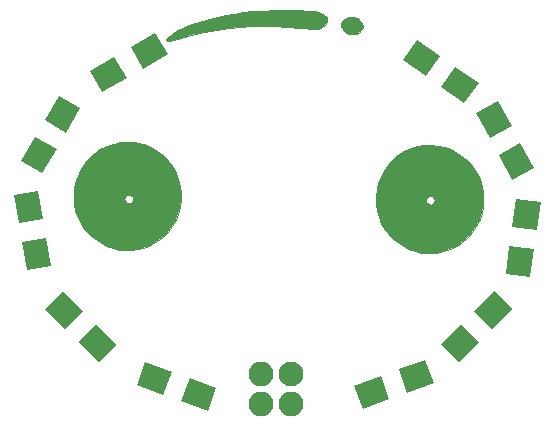
<source format=gts>
G04 #@! TF.FileFunction,Soldermask,Top*
%FSLAX46Y46*%
G04 Gerber Fmt 4.6, Leading zero omitted, Abs format (unit mm)*
G04 Created by KiCad (PCBNEW 4.0.7) date 06/01/18 22:24:49*
%MOMM*%
%LPD*%
G01*
G04 APERTURE LIST*
%ADD10C,0.100000*%
%ADD11C,0.010000*%
%ADD12C,2.100000*%
%ADD13O,2.100000X2.100000*%
G04 APERTURE END LIST*
D10*
D11*
G36*
X113555675Y-96437947D02*
X114127316Y-96563412D01*
X114683165Y-96762362D01*
X115215558Y-97035058D01*
X115716835Y-97381761D01*
X115729591Y-97391931D01*
X116166457Y-97794288D01*
X116541751Y-98248582D01*
X116853285Y-98746405D01*
X117098875Y-99279349D01*
X117276334Y-99839005D01*
X117383479Y-100416967D01*
X117418123Y-101004825D01*
X117378080Y-101594172D01*
X117261166Y-102176599D01*
X117099216Y-102661192D01*
X116829641Y-103224220D01*
X116493949Y-103737424D01*
X116097247Y-104196304D01*
X115644639Y-104596356D01*
X115141231Y-104933081D01*
X114592130Y-105201975D01*
X114002440Y-105398538D01*
X113991167Y-105401468D01*
X113704883Y-105459443D01*
X113368918Y-105501982D01*
X113011541Y-105527527D01*
X112661017Y-105534520D01*
X112345614Y-105521402D01*
X112174421Y-105501606D01*
X111588338Y-105368876D01*
X111023788Y-105161107D01*
X110490554Y-104884392D01*
X109998422Y-104544823D01*
X109557175Y-104148490D01*
X109176597Y-103701487D01*
X109091958Y-103582357D01*
X108789070Y-103066581D01*
X108560893Y-102520990D01*
X108406511Y-101953835D01*
X108325009Y-101373370D01*
X108320733Y-101110775D01*
X112543332Y-101110775D01*
X112580407Y-101190579D01*
X112670082Y-101290882D01*
X112816426Y-101404502D01*
X112951759Y-101436195D01*
X113084717Y-101386388D01*
X113168923Y-101315589D01*
X113269178Y-101174573D01*
X113292667Y-101058333D01*
X113257897Y-100925766D01*
X113169582Y-100800992D01*
X113051711Y-100709692D01*
X112936758Y-100677333D01*
X112819964Y-100712344D01*
X112697767Y-100801101D01*
X112597309Y-100919186D01*
X112548827Y-101026298D01*
X112543332Y-101110775D01*
X108320733Y-101110775D01*
X108315473Y-100787848D01*
X108376988Y-100205522D01*
X108508639Y-99634646D01*
X108709511Y-99083472D01*
X108978689Y-98560253D01*
X109315258Y-98073243D01*
X109718303Y-97630695D01*
X109755634Y-97595360D01*
X110223277Y-97213734D01*
X110728764Y-96903768D01*
X111264433Y-96665721D01*
X111822621Y-96499854D01*
X112395665Y-96406429D01*
X112975904Y-96385706D01*
X113555675Y-96437947D01*
X113555675Y-96437947D01*
G37*
X113555675Y-96437947D02*
X114127316Y-96563412D01*
X114683165Y-96762362D01*
X115215558Y-97035058D01*
X115716835Y-97381761D01*
X115729591Y-97391931D01*
X116166457Y-97794288D01*
X116541751Y-98248582D01*
X116853285Y-98746405D01*
X117098875Y-99279349D01*
X117276334Y-99839005D01*
X117383479Y-100416967D01*
X117418123Y-101004825D01*
X117378080Y-101594172D01*
X117261166Y-102176599D01*
X117099216Y-102661192D01*
X116829641Y-103224220D01*
X116493949Y-103737424D01*
X116097247Y-104196304D01*
X115644639Y-104596356D01*
X115141231Y-104933081D01*
X114592130Y-105201975D01*
X114002440Y-105398538D01*
X113991167Y-105401468D01*
X113704883Y-105459443D01*
X113368918Y-105501982D01*
X113011541Y-105527527D01*
X112661017Y-105534520D01*
X112345614Y-105521402D01*
X112174421Y-105501606D01*
X111588338Y-105368876D01*
X111023788Y-105161107D01*
X110490554Y-104884392D01*
X109998422Y-104544823D01*
X109557175Y-104148490D01*
X109176597Y-103701487D01*
X109091958Y-103582357D01*
X108789070Y-103066581D01*
X108560893Y-102520990D01*
X108406511Y-101953835D01*
X108325009Y-101373370D01*
X108320733Y-101110775D01*
X112543332Y-101110775D01*
X112580407Y-101190579D01*
X112670082Y-101290882D01*
X112816426Y-101404502D01*
X112951759Y-101436195D01*
X113084717Y-101386388D01*
X113168923Y-101315589D01*
X113269178Y-101174573D01*
X113292667Y-101058333D01*
X113257897Y-100925766D01*
X113169582Y-100800992D01*
X113051711Y-100709692D01*
X112936758Y-100677333D01*
X112819964Y-100712344D01*
X112697767Y-100801101D01*
X112597309Y-100919186D01*
X112548827Y-101026298D01*
X112543332Y-101110775D01*
X108320733Y-101110775D01*
X108315473Y-100787848D01*
X108376988Y-100205522D01*
X108508639Y-99634646D01*
X108709511Y-99083472D01*
X108978689Y-98560253D01*
X109315258Y-98073243D01*
X109718303Y-97630695D01*
X109755634Y-97595360D01*
X110223277Y-97213734D01*
X110728764Y-96903768D01*
X111264433Y-96665721D01*
X111822621Y-96499854D01*
X112395665Y-96406429D01*
X112975904Y-96385706D01*
X113555675Y-96437947D01*
G36*
X87694546Y-96146674D02*
X87973203Y-96171757D01*
X88062000Y-96185766D01*
X88661716Y-96337903D01*
X89233064Y-96566933D01*
X89767319Y-96868396D01*
X90255752Y-97237835D01*
X90425792Y-97393445D01*
X90819364Y-97815942D01*
X91139470Y-98258560D01*
X91397275Y-98738959D01*
X91591866Y-99238000D01*
X91748680Y-99839336D01*
X91823980Y-100443484D01*
X91820109Y-101043511D01*
X91739410Y-101632484D01*
X91584225Y-102203470D01*
X91356898Y-102749534D01*
X91059771Y-103263745D01*
X90695189Y-103739168D01*
X90265493Y-104168871D01*
X89805495Y-104524099D01*
X89339187Y-104795601D01*
X88821180Y-105016665D01*
X88273806Y-105177935D01*
X88210826Y-105192043D01*
X88002237Y-105225641D01*
X87738369Y-105251183D01*
X87445446Y-105267764D01*
X87149691Y-105274479D01*
X86877329Y-105270423D01*
X86654584Y-105254691D01*
X86601500Y-105247582D01*
X86016892Y-105116333D01*
X85451251Y-104910087D01*
X84916995Y-104635251D01*
X84426542Y-104298230D01*
X83992311Y-103905431D01*
X83985042Y-103897843D01*
X83616275Y-103466999D01*
X83313654Y-103011121D01*
X83067222Y-102512962D01*
X82870986Y-101968267D01*
X82830328Y-101830801D01*
X82800338Y-101711061D01*
X82779363Y-101592216D01*
X82765750Y-101457434D01*
X82757846Y-101289884D01*
X82753996Y-101072734D01*
X82753336Y-100943534D01*
X87003667Y-100943534D01*
X87037118Y-101065402D01*
X87120878Y-101192189D01*
X87230057Y-101289910D01*
X87274097Y-101312782D01*
X87410900Y-101331680D01*
X87546385Y-101273490D01*
X87649250Y-101181354D01*
X87725619Y-101073209D01*
X87764397Y-100966015D01*
X87765667Y-100948575D01*
X87728446Y-100824739D01*
X87633905Y-100708182D01*
X87507724Y-100622894D01*
X87384667Y-100592666D01*
X87254708Y-100626749D01*
X87130648Y-100713114D01*
X87038359Y-100827934D01*
X87003667Y-100943534D01*
X82753336Y-100943534D01*
X82752547Y-100789154D01*
X82752483Y-100762000D01*
X82752835Y-100464088D01*
X82756317Y-100233925D01*
X82764282Y-100054608D01*
X82778086Y-99909237D01*
X82799084Y-99780911D01*
X82828630Y-99652730D01*
X82846928Y-99583794D01*
X83051801Y-98984539D01*
X83324714Y-98429324D01*
X83660766Y-97922756D01*
X84055056Y-97469441D01*
X84502683Y-97073988D01*
X84998745Y-96741003D01*
X85538341Y-96475093D01*
X86116571Y-96280867D01*
X86437568Y-96208462D01*
X86715479Y-96169503D01*
X87036841Y-96145949D01*
X87372811Y-96138205D01*
X87694546Y-96146674D01*
X87694546Y-96146674D01*
G37*
X87694546Y-96146674D02*
X87973203Y-96171757D01*
X88062000Y-96185766D01*
X88661716Y-96337903D01*
X89233064Y-96566933D01*
X89767319Y-96868396D01*
X90255752Y-97237835D01*
X90425792Y-97393445D01*
X90819364Y-97815942D01*
X91139470Y-98258560D01*
X91397275Y-98738959D01*
X91591866Y-99238000D01*
X91748680Y-99839336D01*
X91823980Y-100443484D01*
X91820109Y-101043511D01*
X91739410Y-101632484D01*
X91584225Y-102203470D01*
X91356898Y-102749534D01*
X91059771Y-103263745D01*
X90695189Y-103739168D01*
X90265493Y-104168871D01*
X89805495Y-104524099D01*
X89339187Y-104795601D01*
X88821180Y-105016665D01*
X88273806Y-105177935D01*
X88210826Y-105192043D01*
X88002237Y-105225641D01*
X87738369Y-105251183D01*
X87445446Y-105267764D01*
X87149691Y-105274479D01*
X86877329Y-105270423D01*
X86654584Y-105254691D01*
X86601500Y-105247582D01*
X86016892Y-105116333D01*
X85451251Y-104910087D01*
X84916995Y-104635251D01*
X84426542Y-104298230D01*
X83992311Y-103905431D01*
X83985042Y-103897843D01*
X83616275Y-103466999D01*
X83313654Y-103011121D01*
X83067222Y-102512962D01*
X82870986Y-101968267D01*
X82830328Y-101830801D01*
X82800338Y-101711061D01*
X82779363Y-101592216D01*
X82765750Y-101457434D01*
X82757846Y-101289884D01*
X82753996Y-101072734D01*
X82753336Y-100943534D01*
X87003667Y-100943534D01*
X87037118Y-101065402D01*
X87120878Y-101192189D01*
X87230057Y-101289910D01*
X87274097Y-101312782D01*
X87410900Y-101331680D01*
X87546385Y-101273490D01*
X87649250Y-101181354D01*
X87725619Y-101073209D01*
X87764397Y-100966015D01*
X87765667Y-100948575D01*
X87728446Y-100824739D01*
X87633905Y-100708182D01*
X87507724Y-100622894D01*
X87384667Y-100592666D01*
X87254708Y-100626749D01*
X87130648Y-100713114D01*
X87038359Y-100827934D01*
X87003667Y-100943534D01*
X82753336Y-100943534D01*
X82752547Y-100789154D01*
X82752483Y-100762000D01*
X82752835Y-100464088D01*
X82756317Y-100233925D01*
X82764282Y-100054608D01*
X82778086Y-99909237D01*
X82799084Y-99780911D01*
X82828630Y-99652730D01*
X82846928Y-99583794D01*
X83051801Y-98984539D01*
X83324714Y-98429324D01*
X83660766Y-97922756D01*
X84055056Y-97469441D01*
X84502683Y-97073988D01*
X84998745Y-96741003D01*
X85538341Y-96475093D01*
X86116571Y-96280867D01*
X86437568Y-96208462D01*
X86715479Y-96169503D01*
X87036841Y-96145949D01*
X87372811Y-96138205D01*
X87694546Y-96146674D01*
G36*
X101446334Y-84979949D02*
X101960854Y-84988901D01*
X102406777Y-85007113D01*
X102789353Y-85035223D01*
X103113831Y-85073870D01*
X103385462Y-85123695D01*
X103609496Y-85185334D01*
X103791183Y-85259428D01*
X103935773Y-85346616D01*
X104048516Y-85447536D01*
X104057862Y-85457976D01*
X104161877Y-85632253D01*
X104190478Y-85820555D01*
X104148978Y-86011374D01*
X104042688Y-86193200D01*
X103876919Y-86354525D01*
X103656982Y-86483840D01*
X103567955Y-86519492D01*
X103460223Y-86549057D01*
X103327679Y-86567267D01*
X103160688Y-86573852D01*
X102949617Y-86568543D01*
X102684831Y-86551071D01*
X102356696Y-86521169D01*
X101955579Y-86478567D01*
X101907226Y-86473165D01*
X100823343Y-86368947D01*
X99783081Y-86305982D01*
X98773656Y-86285352D01*
X97782282Y-86308137D01*
X96796176Y-86375418D01*
X95802551Y-86488277D01*
X94788624Y-86647796D01*
X93741610Y-86855054D01*
X92648723Y-87111134D01*
X91829667Y-87325424D01*
X91499964Y-87414766D01*
X91242050Y-87483315D01*
X91046093Y-87532779D01*
X90902261Y-87564863D01*
X90800719Y-87581274D01*
X90731637Y-87583719D01*
X90685180Y-87573905D01*
X90651516Y-87553538D01*
X90630022Y-87533640D01*
X90580181Y-87476527D01*
X90564588Y-87425373D01*
X90590757Y-87367071D01*
X90666199Y-87288518D01*
X90798427Y-87176608D01*
X90866122Y-87121809D01*
X91171717Y-86906788D01*
X91553024Y-86690323D01*
X92001202Y-86475333D01*
X92507407Y-86264732D01*
X93062798Y-86061437D01*
X93658534Y-85868365D01*
X94285770Y-85688432D01*
X94935666Y-85524555D01*
X95599380Y-85379650D01*
X96268069Y-85256634D01*
X96740334Y-85184274D01*
X97033572Y-85145363D01*
X97319904Y-85112250D01*
X97610491Y-85084298D01*
X97916496Y-85060869D01*
X98249080Y-85041327D01*
X98619405Y-85025034D01*
X99038632Y-85011353D01*
X99517923Y-84999646D01*
X100068441Y-84989275D01*
X100190500Y-84987266D01*
X100857966Y-84979617D01*
X101446334Y-84979949D01*
X101446334Y-84979949D01*
G37*
X101446334Y-84979949D02*
X101960854Y-84988901D01*
X102406777Y-85007113D01*
X102789353Y-85035223D01*
X103113831Y-85073870D01*
X103385462Y-85123695D01*
X103609496Y-85185334D01*
X103791183Y-85259428D01*
X103935773Y-85346616D01*
X104048516Y-85447536D01*
X104057862Y-85457976D01*
X104161877Y-85632253D01*
X104190478Y-85820555D01*
X104148978Y-86011374D01*
X104042688Y-86193200D01*
X103876919Y-86354525D01*
X103656982Y-86483840D01*
X103567955Y-86519492D01*
X103460223Y-86549057D01*
X103327679Y-86567267D01*
X103160688Y-86573852D01*
X102949617Y-86568543D01*
X102684831Y-86551071D01*
X102356696Y-86521169D01*
X101955579Y-86478567D01*
X101907226Y-86473165D01*
X100823343Y-86368947D01*
X99783081Y-86305982D01*
X98773656Y-86285352D01*
X97782282Y-86308137D01*
X96796176Y-86375418D01*
X95802551Y-86488277D01*
X94788624Y-86647796D01*
X93741610Y-86855054D01*
X92648723Y-87111134D01*
X91829667Y-87325424D01*
X91499964Y-87414766D01*
X91242050Y-87483315D01*
X91046093Y-87532779D01*
X90902261Y-87564863D01*
X90800719Y-87581274D01*
X90731637Y-87583719D01*
X90685180Y-87573905D01*
X90651516Y-87553538D01*
X90630022Y-87533640D01*
X90580181Y-87476527D01*
X90564588Y-87425373D01*
X90590757Y-87367071D01*
X90666199Y-87288518D01*
X90798427Y-87176608D01*
X90866122Y-87121809D01*
X91171717Y-86906788D01*
X91553024Y-86690323D01*
X92001202Y-86475333D01*
X92507407Y-86264732D01*
X93062798Y-86061437D01*
X93658534Y-85868365D01*
X94285770Y-85688432D01*
X94935666Y-85524555D01*
X95599380Y-85379650D01*
X96268069Y-85256634D01*
X96740334Y-85184274D01*
X97033572Y-85145363D01*
X97319904Y-85112250D01*
X97610491Y-85084298D01*
X97916496Y-85060869D01*
X98249080Y-85041327D01*
X98619405Y-85025034D01*
X99038632Y-85011353D01*
X99517923Y-84999646D01*
X100068441Y-84989275D01*
X100190500Y-84987266D01*
X100857966Y-84979617D01*
X101446334Y-84979949D01*
G36*
X106446713Y-85584309D02*
X106673822Y-85639419D01*
X106855035Y-85722435D01*
X106914306Y-85766531D01*
X107065343Y-85944910D01*
X107164199Y-86152448D01*
X107196667Y-86345185D01*
X107183159Y-86486477D01*
X107130937Y-86600799D01*
X107059447Y-86691339D01*
X106855495Y-86866381D01*
X106614025Y-86967985D01*
X106332129Y-86996938D01*
X106053667Y-86964033D01*
X105796150Y-86873875D01*
X105582733Y-86721385D01*
X105428282Y-86517307D01*
X105423957Y-86509033D01*
X105396710Y-86414361D01*
X105379475Y-86274174D01*
X105376334Y-86185875D01*
X105381518Y-86046218D01*
X105408117Y-85953637D01*
X105472702Y-85870878D01*
X105547880Y-85800203D01*
X105695696Y-85680004D01*
X105832041Y-85608239D01*
X105988447Y-85573488D01*
X106196450Y-85564334D01*
X106199267Y-85564333D01*
X106446713Y-85584309D01*
X106446713Y-85584309D01*
G37*
X106446713Y-85584309D02*
X106673822Y-85639419D01*
X106855035Y-85722435D01*
X106914306Y-85766531D01*
X107065343Y-85944910D01*
X107164199Y-86152448D01*
X107196667Y-86345185D01*
X107183159Y-86486477D01*
X107130937Y-86600799D01*
X107059447Y-86691339D01*
X106855495Y-86866381D01*
X106614025Y-86967985D01*
X106332129Y-86996938D01*
X106053667Y-86964033D01*
X105796150Y-86873875D01*
X105582733Y-86721385D01*
X105428282Y-86517307D01*
X105423957Y-86509033D01*
X105396710Y-86414361D01*
X105379475Y-86274174D01*
X105376334Y-86185875D01*
X105381518Y-86046218D01*
X105408117Y-85953637D01*
X105472702Y-85870878D01*
X105547880Y-85800203D01*
X105695696Y-85680004D01*
X105832041Y-85608239D01*
X105988447Y-85573488D01*
X106196450Y-85564334D01*
X106199267Y-85564333D01*
X106446713Y-85584309D01*
D12*
X101107240Y-115813840D03*
D13*
X101107240Y-118353840D03*
X98567240Y-115813840D03*
X98567240Y-118353840D03*
D10*
G36*
X112502895Y-114568359D02*
X113221137Y-116541713D01*
X110965875Y-117362561D01*
X110247633Y-115389207D01*
X112502895Y-114568359D01*
X112502895Y-114568359D01*
G37*
G36*
X108744125Y-115936439D02*
X109462367Y-117909793D01*
X107207105Y-118730641D01*
X106488863Y-116757287D01*
X108744125Y-115936439D01*
X108744125Y-115936439D01*
G37*
G36*
X88073863Y-116732213D02*
X88792105Y-114758859D01*
X91047367Y-115579707D01*
X90329125Y-117553061D01*
X88073863Y-116732213D01*
X88073863Y-116732213D01*
G37*
G36*
X91832633Y-118100293D02*
X92550875Y-116126939D01*
X94806137Y-116947787D01*
X94087895Y-118921141D01*
X91832633Y-118100293D01*
X91832633Y-118100293D01*
G37*
G36*
X80306796Y-110239720D02*
X81791720Y-108754796D01*
X83488776Y-110451852D01*
X82003852Y-111936776D01*
X80306796Y-110239720D01*
X80306796Y-110239720D01*
G37*
G36*
X83135224Y-113068148D02*
X84620148Y-111583224D01*
X86317204Y-113280280D01*
X84832280Y-114765204D01*
X83135224Y-113068148D01*
X83135224Y-113068148D01*
G37*
G36*
X77658278Y-100662945D02*
X79726374Y-100298284D01*
X80143130Y-102661823D01*
X78075034Y-103026484D01*
X77658278Y-100662945D01*
X77658278Y-100662945D01*
G37*
G36*
X78352870Y-104602177D02*
X80420966Y-104237516D01*
X80837722Y-106601055D01*
X78769626Y-106965716D01*
X78352870Y-104602177D01*
X78352870Y-104602177D01*
G37*
G36*
X81462673Y-92207719D02*
X83281327Y-93257719D01*
X82081327Y-95336179D01*
X80262673Y-94286179D01*
X81462673Y-92207719D01*
X81462673Y-92207719D01*
G37*
G36*
X79462673Y-95671821D02*
X81281327Y-96721821D01*
X80081327Y-98800281D01*
X78262673Y-97750281D01*
X79462673Y-95671821D01*
X79462673Y-95671821D01*
G37*
G36*
X89622281Y-86898673D02*
X90672281Y-88717327D01*
X88593821Y-89917327D01*
X87543821Y-88098673D01*
X89622281Y-86898673D01*
X89622281Y-86898673D01*
G37*
G36*
X86158179Y-88898673D02*
X87208179Y-90717327D01*
X85129719Y-91917327D01*
X84079719Y-90098673D01*
X86158179Y-88898673D01*
X86158179Y-88898673D01*
G37*
G36*
X110568458Y-89194665D02*
X111772969Y-87474446D01*
X113738934Y-88851029D01*
X112534423Y-90571248D01*
X110568458Y-89194665D01*
X110568458Y-89194665D01*
G37*
G36*
X113845066Y-91488971D02*
X115049577Y-89768752D01*
X117015542Y-91145335D01*
X115811031Y-92865554D01*
X113845066Y-91488971D01*
X113845066Y-91488971D01*
G37*
G36*
X116823596Y-93679513D02*
X118677786Y-92693623D01*
X119804518Y-94812697D01*
X117950328Y-95798587D01*
X116823596Y-93679513D01*
X116823596Y-93679513D01*
G37*
G36*
X118701482Y-97211303D02*
X120555672Y-96225413D01*
X121682404Y-98344487D01*
X119828214Y-99330377D01*
X118701482Y-97211303D01*
X118701482Y-97211303D01*
G37*
G36*
X120182572Y-100952011D02*
X122262135Y-101244274D01*
X121928120Y-103620917D01*
X119848557Y-103328654D01*
X120182572Y-100952011D01*
X120182572Y-100952011D01*
G37*
G36*
X119625880Y-104913083D02*
X121705443Y-105205346D01*
X121371428Y-107581989D01*
X119291865Y-107289726D01*
X119625880Y-104913083D01*
X119625880Y-104913083D01*
G37*
G36*
X118360280Y-108754796D02*
X119845204Y-110239720D01*
X118148148Y-111936776D01*
X116663224Y-110451852D01*
X118360280Y-108754796D01*
X118360280Y-108754796D01*
G37*
G36*
X115531852Y-111583224D02*
X117016776Y-113068148D01*
X115319720Y-114765204D01*
X113834796Y-113280280D01*
X115531852Y-111583224D01*
X115531852Y-111583224D01*
G37*
M02*

</source>
